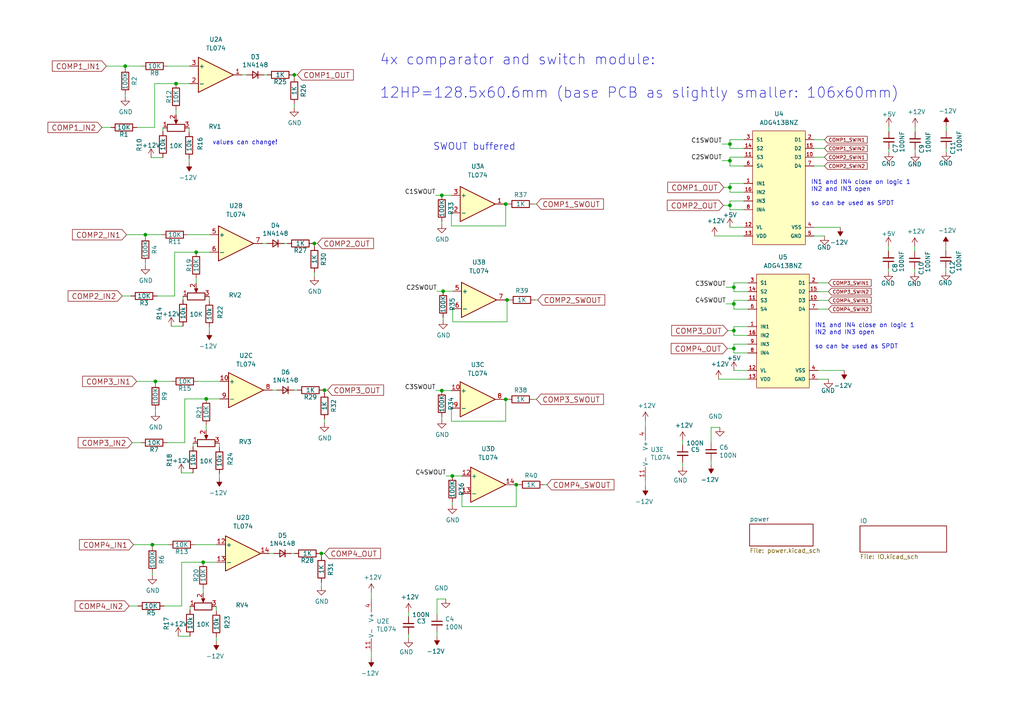
<source format=kicad_sch>
(kicad_sch (version 20211123) (generator eeschema)
  (paper "A4")
  (lib_symbols
    (symbol "Amplifier_Operational:TL074" (pin_names (offset 0.127))
      (property "Reference" "U" (at 0 5.08 0))
      (property "Value" "TL074" (at 0 -5.08 0))
      (symbol "TL074_1_1"
        (polyline (pts (xy -5.08 5.08) (xy 5.08 0) (xy -5.08 -5.08) (xy -5.08 5.08)) (stroke (width 0.254)) (fill (type background)))
        (pin output line (at 7.62 0 180) (length 2.54) (name "~") (number "1"))
        (pin input line (at -7.62 -2.54 0) (length 2.54) (name "-") (number "2"))
        (pin input line (at -7.62 2.54 0) (length 2.54) (name "+") (number "3"))
      )
      (symbol "TL074_2_1"
        (polyline (pts (xy -5.08 5.08) (xy 5.08 0) (xy -5.08 -5.08) (xy -5.08 5.08)) (stroke (width 0.254)) (fill (type background)))
        (pin input line (at -7.62 2.54 0) (length 2.54) (name "+") (number "5"))
        (pin input line (at -7.62 -2.54 0) (length 2.54) (name "-") (number "6"))
        (pin output line (at 7.62 0 180) (length 2.54) (name "~") (number "7"))
      )
      (symbol "TL074_3_1"
        (polyline (pts (xy -5.08 5.08) (xy 5.08 0) (xy -5.08 -5.08) (xy -5.08 5.08)) (stroke (width 0.254)) (fill (type background)))
        (pin input line (at -7.62 2.54 0) (length 2.54) (name "+") (number "10"))
        (pin output line (at 7.62 0 180) (length 2.54) (name "~") (number "8"))
        (pin input line (at -7.62 -2.54 0) (length 2.54) (name "-") (number "9"))
      )
      (symbol "TL074_4_1"
        (polyline (pts (xy -5.08 5.08) (xy 5.08 0) (xy -5.08 -5.08) (xy -5.08 5.08)) (stroke (width 0.254)) (fill (type background)))
        (pin input line (at -7.62 2.54 0) (length 2.54) (name "+") (number "12"))
        (pin input line (at -7.62 -2.54 0) (length 2.54) (name "-") (number "13"))
        (pin output line (at 7.62 0 180) (length 2.54) (name "~") (number "14"))
      )
      (symbol "TL074_5_1"
        (pin power_in line (at -2.54 -7.62 90) (length 3.81) (name "V-") (number "11"))
        (pin power_in line (at -2.54 7.62 270) (length 3.81) (name "V+") (number "4"))
      )
    )
    (symbol "Device:C_Small" (pin_numbers hide) (pin_names (offset 0.254) hide)
      (property "Reference" "C" (at 0.254 1.778 0))
      (property "Value" "C_Small" (at 0.254 -2.032 0))
      (symbol "C_Small_0_1"
        (polyline (pts (xy -1.524 -0.508) (xy 1.524 -0.508)) (stroke (width 0.3302)))
        (polyline (pts (xy -1.524 0.508) (xy 1.524 0.508)) (stroke (width 0.3048)))
      )
      (symbol "C_Small_1_1"
        (pin passive line (at 0 2.54 270) (length 2.032) (name "~") (number "1"))
        (pin passive line (at 0 -2.54 90) (length 2.032) (name "~") (number "2"))
      )
    )
    (symbol "Device:D_Small" (pin_numbers hide) (pin_names (offset 0.254) hide)
      (property "Reference" "D" (at -1.27 2.032 0))
      (property "Value" "D_Small" (at -3.81 -2.032 0))
      (symbol "D_Small_0_1"
        (polyline (pts (xy -0.762 -1.016) (xy -0.762 1.016)) (stroke (width 0.254)))
        (polyline (pts (xy -0.762 0) (xy 0.762 0)))
        (polyline (pts (xy 0.762 -1.016) (xy -0.762 0) (xy 0.762 1.016) (xy 0.762 -1.016)) (stroke (width 0.254)))
      )
      (symbol "D_Small_1_1"
        (pin passive line (at -2.54 0 0) (length 1.778) (name "K") (number "1"))
        (pin passive line (at 2.54 0 180) (length 1.778) (name "A") (number "2"))
      )
    )
    (symbol "Device:R" (pin_numbers hide) (pin_names (offset 0))
      (property "Reference" "R" (at 2.032 0 90))
      (property "Value" "R" (at 0 0 90))
      (symbol "R_0_1"
        (rectangle (start -1.016 -2.54) (end 1.016 2.54) (stroke (width 0.254)))
      )
      (symbol "R_1_1"
        (pin passive line (at 0 3.81 270) (length 1.27) (name "~") (number "1"))
        (pin passive line (at 0 -3.81 90) (length 1.27) (name "~") (number "2"))
      )
    )
    (symbol "Device:R_Potentiometer" (pin_names (offset 1.016) hide)
      (property "Reference" "RV" (at -4.445 0 90))
      (property "Value" "R_Potentiometer" (at -2.54 0 90))
      (symbol "R_Potentiometer_0_1"
        (polyline (pts (xy 2.54 0) (xy 1.524 0)))
        (polyline (pts (xy 1.143 0) (xy 2.286 0.508) (xy 2.286 -0.508) (xy 1.143 0)) (fill (type outline)))
        (rectangle (start 1.016 2.54) (end -1.016 -2.54) (stroke (width 0.254)))
      )
      (symbol "R_Potentiometer_1_1"
        (pin passive line (at 0 3.81 270) (length 1.27) (name "1") (number "1"))
        (pin passive line (at 3.81 0 180) (length 1.27) (name "2") (number "2"))
        (pin passive line (at 0 -3.81 90) (length 1.27) (name "3") (number "3"))
      )
    )
    (symbol "eec:ADG412BNZ" (pin_names (offset 1.016))
      (property "Reference" "U" (at 0 5.08 0))
      (property "Value" "ADG412BNZ" (at 0 7.62 0))
      (symbol "ADG412BNZ_1_1"
        (rectangle (start 5.08 2.54) (end 20.32 -30.48) (fill (type background)))
        (pin input line (at 2.54 -12.7 0) (length 2.54) (name "IN1") (number "1"))
        (pin passive line (at 22.86 -5.08 180) (length 2.54) (name "D3") (number "10"))
        (pin passive line (at 2.54 -5.08 0) (length 2.54) (name "S3") (number "11"))
        (pin power_in line (at 2.54 -25.4 0) (length 2.54) (name "VL") (number "12"))
        (pin power_in line (at 2.54 -27.94 0) (length 2.54) (name "VDD") (number "13"))
        (pin passive line (at 2.54 -2.54 0) (length 2.54) (name "S2") (number "14"))
        (pin passive line (at 22.86 -2.54 180) (length 2.54) (name "D2") (number "15"))
        (pin input line (at 2.54 -15.24 0) (length 2.54) (name "IN2") (number "16"))
        (pin passive line (at 22.86 0 180) (length 2.54) (name "D1") (number "2"))
        (pin passive line (at 2.54 0 0) (length 2.54) (name "S1") (number "3"))
        (pin power_in line (at 22.86 -25.4 180) (length 2.54) (name "VSS") (number "4"))
        (pin power_in line (at 22.86 -27.94 180) (length 2.54) (name "GND") (number "5"))
        (pin passive line (at 2.54 -7.62 0) (length 2.54) (name "S4") (number "6"))
        (pin passive line (at 22.86 -7.62 180) (length 2.54) (name "D4") (number "7"))
        (pin input line (at 2.54 -20.32 0) (length 2.54) (name "IN4") (number "8"))
        (pin input line (at 2.54 -17.78 0) (length 2.54) (name "IN3") (number "9"))
      )
    )
    (symbol "power:+12V" (power) (pin_names (offset 0))
      (property "Value" "+12V" (at 0 3.556 0))
      (symbol "+12V_0_1"
        (polyline (pts (xy -0.762 1.27) (xy 0 2.54)))
        (polyline (pts (xy 0 0) (xy 0 2.54)))
        (polyline (pts (xy 0 2.54) (xy 0.762 1.27)))
      )
      (symbol "+12V_1_1"
        (pin power_in line (at 0 0 90) (length 0) hide (name "+12V") (number "1"))
      )
    )
    (symbol "power:+5V" (power) (pin_names (offset 0))
      (property "Value" "+5V" (at 0 3.556 0))
      (symbol "+5V_0_1"
        (polyline (pts (xy -0.762 1.27) (xy 0 2.54)))
        (polyline (pts (xy 0 0) (xy 0 2.54)))
        (polyline (pts (xy 0 2.54) (xy 0.762 1.27)))
      )
      (symbol "+5V_1_1"
        (pin power_in line (at 0 0 90) (length 0) hide (name "+5V") (number "1"))
      )
    )
    (symbol "power:-12V" (power) (pin_names (offset 0))
      (property "Value" "-12V" (at 0 3.81 0))
      (symbol "-12V_0_0"
        (pin power_in line (at 0 0 90) (length 0) hide (name "-12V") (number "1"))
      )
      (symbol "-12V_0_1"
        (polyline (pts (xy 0 0) (xy 0 1.27) (xy 0.762 1.27) (xy 0 2.54) (xy -0.762 1.27) (xy 0 1.27)) (fill (type outline)))
      )
    )
    (symbol "power:GND" (power) (pin_names (offset 0))
      (property "Value" "GND" (at 0 -3.81 0))
      (symbol "GND_0_1"
        (polyline (pts (xy 0 0) (xy 0 -1.27) (xy 1.27 -1.27) (xy 0 -2.54) (xy -1.27 -1.27) (xy 0 -1.27)))
      )
      (symbol "GND_1_1"
        (pin power_in line (at 0 0 270) (length 0) hide (name "GND") (number "1"))
      )
    )
  )
  (junction (at 211.709 46.609))
  (junction (at 94.107 113.157))
  (junction (at 91.186 70.612))
  (junction (at 211.709 41.783))
  (junction (at 51.054 24.257))
  (junction (at 36.322 19.177))
  (junction (at 56.896 73.152))
  (junction (at 212.852 88.138))
  (junction (at 212.852 101.092))
  (junction (at 128.143 56.642))
  (junction (at 85.344 21.717))
  (junction (at 149.733 140.589))
  (junction (at 211.709 54.356))
  (junction (at 59.817 115.697))
  (junction (at 146.685 59.182))
  (junction (at 212.852 83.312))
  (junction (at 44.196 157.988))
  (junction (at 128.143 113.284))
  (junction (at 146.685 115.824))
  (junction (at 128.524 84.455))
  (junction (at 131.191 138.049))
  (junction (at 42.164 68.072))
  (junction (at 93.218 160.528))
  (junction (at 147.066 86.995))
  (junction (at 211.709 59.563))
  (junction (at 212.852 95.885))
  (junction (at 58.928 163.068))
  (junction (at 45.085 110.617))
  (wire (pts (xy 36.703 68.072) (xy 42.164 68.072)))
  (wire (pts (xy 187.198 139.192) (xy 187.198 141.097)))
  (wire (pts (xy 42.164 76.2) (xy 42.164 76.962)))
  (wire (pts (xy 52.705 175.768) (xy 52.705 163.068)))
  (wire (pts (xy 237.236 109.982) (xy 240.284 109.982)))
  (wire (pts (xy 126.365 113.284) (xy 128.143 113.284)))
  (wire (pts (xy 36.322 19.177) (xy 41.021 19.177)))
  (wire (pts (xy 211.709 45.593) (xy 215.773 45.593)))
  (wire (pts (xy 118.491 177.546) (xy 118.491 178.816)))
  (wire (pts (xy 212.852 89.662) (xy 216.916 89.662)))
  (wire (pts (xy 84.455 160.528) (xy 85.344 160.528)))
  (wire (pts (xy 93.218 168.91) (xy 93.218 170.053)))
  (wire (pts (xy 118.491 183.896) (xy 118.491 185.166)))
  (wire (pts (xy 149.225 140.589) (xy 149.733 140.589)))
  (wire (pts (xy 44.196 166.116) (xy 44.196 166.878)))
  (wire (pts (xy 265.43 43.307) (xy 265.43 44.323)))
  (wire (pts (xy 146.177 115.824) (xy 146.685 115.824)))
  (wire (pts (xy 209.423 46.609) (xy 211.709 46.609)))
  (wire (pts (xy 211.709 40.513) (xy 215.773 40.513)))
  (wire (pts (xy 206.248 128.397) (xy 206.248 123.952)))
  (wire (pts (xy 78.994 113.157) (xy 80.264 113.157)))
  (wire (pts (xy 208.407 109.982) (xy 216.916 109.982)))
  (wire (pts (xy 207.264 68.453) (xy 215.773 68.453)))
  (wire (pts (xy 85.344 22.479) (xy 85.344 21.717)))
  (wire (pts (xy 146.558 86.995) (xy 147.066 86.995)))
  (wire (pts (xy 58.928 163.068) (xy 62.865 163.068)))
  (wire (pts (xy 146.685 59.182) (xy 147.193 59.182)))
  (wire (pts (xy 130.937 61.722) (xy 130.937 65.532)))
  (wire (pts (xy 211.709 40.513) (xy 211.709 41.783)))
  (wire (pts (xy 209.931 54.356) (xy 211.709 54.356)))
  (wire (pts (xy 130.937 65.532) (xy 146.685 65.532)))
  (wire (pts (xy 211.709 55.753) (xy 215.773 55.753)))
  (wire (pts (xy 212.852 107.442) (xy 216.916 107.442)))
  (wire (pts (xy 211.709 53.213) (xy 215.773 53.213)))
  (wire (pts (xy 128.524 92.075) (xy 128.524 92.837)))
  (wire (pts (xy 128.143 64.262) (xy 128.143 65.024)))
  (wire (pts (xy 51.054 24.257) (xy 54.991 24.257)))
  (wire (pts (xy 45.085 110.617) (xy 45.085 111.125)))
  (wire (pts (xy 237.236 82.042) (xy 240.284 82.042)))
  (wire (pts (xy 131.318 89.535) (xy 131.318 93.345)))
  (wire (pts (xy 38.354 128.397) (xy 40.894 128.397)))
  (wire (pts (xy 212.852 88.138) (xy 212.852 89.662)))
  (wire (pts (xy 59.817 115.697) (xy 63.754 115.697)))
  (wire (pts (xy 39.751 36.957) (xy 44.831 36.957)))
  (wire (pts (xy 212.852 102.362) (xy 216.916 102.362)))
  (wire (pts (xy 59.817 123.317) (xy 59.817 124.714)))
  (wire (pts (xy 44.196 157.988) (xy 48.895 157.988)))
  (wire (pts (xy 236.093 68.453) (xy 239.141 68.453)))
  (wire (pts (xy 147.066 86.995) (xy 147.574 86.995)))
  (wire (pts (xy 237.236 87.122) (xy 240.284 87.122)))
  (wire (pts (xy 128.143 120.904) (xy 128.143 121.666)))
  (wire (pts (xy 48.641 19.177) (xy 54.991 19.177)))
  (wire (pts (xy 50.673 85.852) (xy 50.673 73.152)))
  (wire (pts (xy 54.483 68.072) (xy 60.833 68.072)))
  (wire (pts (xy 212.852 82.042) (xy 212.852 83.312)))
  (wire (pts (xy 107.696 171.831) (xy 107.696 173.736)))
  (wire (pts (xy 47.625 175.768) (xy 52.705 175.768)))
  (wire (pts (xy 131.191 145.669) (xy 131.191 146.431)))
  (wire (pts (xy 211.709 43.053) (xy 215.773 43.053)))
  (wire (pts (xy 211.709 46.609) (xy 211.709 48.133)))
  (wire (pts (xy 29.591 36.957) (xy 32.131 36.957)))
  (wire (pts (xy 146.685 122.174) (xy 146.685 115.824)))
  (wire (pts (xy 78.105 160.528) (xy 79.375 160.528)))
  (wire (pts (xy 211.709 65.913) (xy 215.773 65.913)))
  (wire (pts (xy 126.746 178.181) (xy 126.746 173.736)))
  (wire (pts (xy 57.404 110.617) (xy 63.754 110.617)))
  (wire (pts (xy 257.683 77.851) (xy 257.683 78.867)))
  (wire (pts (xy 45.085 118.745) (xy 45.085 119.507)))
  (wire (pts (xy 155.194 86.995) (xy 155.956 86.995)))
  (wire (pts (xy 126.746 84.455) (xy 128.524 84.455)))
  (wire (pts (xy 274.447 36.576) (xy 274.447 37.973)))
  (wire (pts (xy 42.164 68.072) (xy 46.863 68.072)))
  (wire (pts (xy 212.852 95.885) (xy 212.852 97.282)))
  (wire (pts (xy 212.852 87.122) (xy 212.852 88.138)))
  (wire (pts (xy 52.578 137.16) (xy 56.007 137.16)))
  (wire (pts (xy 237.236 84.582) (xy 240.284 84.582)))
  (wire (pts (xy 212.852 82.042) (xy 216.916 82.042)))
  (wire (pts (xy 126.746 173.736) (xy 129.286 173.736)))
  (wire (pts (xy 211.709 54.356) (xy 211.709 55.753)))
  (wire (pts (xy 38.735 157.988) (xy 44.196 157.988)))
  (wire (pts (xy 212.852 84.582) (xy 216.916 84.582)))
  (wire (pts (xy 236.093 40.513) (xy 239.141 40.513)))
  (wire (pts (xy 212.852 94.742) (xy 216.916 94.742)))
  (wire (pts (xy 236.093 65.913) (xy 243.713 65.913)))
  (wire (pts (xy 211.709 41.783) (xy 211.709 43.053)))
  (wire (pts (xy 157.861 140.589) (xy 158.623 140.589)))
  (wire (pts (xy 85.344 30.099) (xy 85.344 31.242)))
  (wire (pts (xy 128.143 113.284) (xy 130.937 113.284)))
  (wire (pts (xy 49.657 94.615) (xy 53.086 94.615)))
  (wire (pts (xy 56.896 80.772) (xy 56.896 82.169)))
  (wire (pts (xy 58.928 170.688) (xy 58.928 172.085)))
  (wire (pts (xy 56.007 128.524) (xy 56.007 129.54)))
  (wire (pts (xy 265.303 71.501) (xy 265.303 72.898)))
  (wire (pts (xy 187.198 122.047) (xy 187.198 123.952)))
  (wire (pts (xy 60.706 94.869) (xy 60.706 96.012)))
  (wire (pts (xy 211.709 45.593) (xy 211.709 46.609)))
  (wire (pts (xy 37.465 175.768) (xy 40.005 175.768)))
  (wire (pts (xy 53.594 115.697) (xy 59.817 115.697)))
  (wire (pts (xy 70.231 21.717) (xy 71.501 21.717)))
  (wire (pts (xy 82.423 70.612) (xy 83.312 70.612)))
  (wire (pts (xy 91.186 70.612) (xy 92.075 70.612)))
  (wire (pts (xy 76.073 70.612) (xy 77.343 70.612)))
  (wire (pts (xy 56.896 73.152) (xy 60.833 73.152)))
  (wire (pts (xy 85.09 21.717) (xy 85.344 21.717)))
  (wire (pts (xy 63.627 137.414) (xy 63.627 138.557)))
  (wire (pts (xy 197.993 134.112) (xy 197.993 135.382)))
  (wire (pts (xy 93.218 161.29) (xy 93.218 160.528)))
  (wire (pts (xy 147.066 93.345) (xy 147.066 86.995)))
  (wire (pts (xy 52.705 163.068) (xy 58.928 163.068)))
  (wire (pts (xy 94.107 121.539) (xy 94.107 122.682)))
  (wire (pts (xy 133.985 146.939) (xy 149.733 146.939)))
  (wire (pts (xy 210.566 83.312) (xy 212.852 83.312)))
  (wire (pts (xy 45.593 85.852) (xy 50.673 85.852)))
  (wire (pts (xy 39.624 110.617) (xy 45.085 110.617)))
  (wire (pts (xy 131.318 93.345) (xy 147.066 93.345)))
  (wire (pts (xy 45.085 110.617) (xy 49.784 110.617)))
  (wire (pts (xy 44.831 24.257) (xy 51.054 24.257)))
  (wire (pts (xy 211.709 58.293) (xy 211.709 59.563)))
  (wire (pts (xy 274.447 43.053) (xy 274.447 44.069)))
  (wire (pts (xy 236.093 48.133) (xy 239.141 48.133)))
  (wire (pts (xy 42.164 68.072) (xy 42.164 68.58)))
  (wire (pts (xy 126.365 56.642) (xy 128.143 56.642)))
  (wire (pts (xy 146.685 65.532) (xy 146.685 59.182)))
  (wire (pts (xy 257.81 36.703) (xy 257.81 38.1)))
  (wire (pts (xy 209.804 59.563) (xy 211.709 59.563)))
  (wire (pts (xy 107.696 188.976) (xy 107.696 190.881)))
  (wire (pts (xy 149.733 146.939) (xy 149.733 140.589)))
  (wire (pts (xy 53.086 85.979) (xy 53.086 86.995)))
  (wire (pts (xy 48.514 128.397) (xy 53.594 128.397)))
  (wire (pts (xy 93.218 160.528) (xy 94.107 160.528)))
  (wire (pts (xy 257.683 71.374) (xy 257.683 72.771)))
  (wire (pts (xy 62.738 184.785) (xy 62.738 185.928)))
  (wire (pts (xy 146.685 115.824) (xy 147.193 115.824)))
  (wire (pts (xy 211.709 58.293) (xy 215.773 58.293)))
  (wire (pts (xy 209.423 41.783) (xy 211.709 41.783)))
  (wire (pts (xy 212.852 83.312) (xy 212.852 84.582)))
  (wire (pts (xy 85.344 21.717) (xy 86.233 21.717)))
  (wire (pts (xy 211.709 59.563) (xy 211.709 60.833)))
  (wire (pts (xy 131.191 138.049) (xy 133.985 138.049)))
  (wire (pts (xy 94.107 113.919) (xy 94.107 113.157)))
  (wire (pts (xy 146.177 59.182) (xy 146.685 59.182)))
  (wire (pts (xy 76.581 21.717) (xy 77.47 21.717)))
  (wire (pts (xy 129.413 138.049) (xy 131.191 138.049)))
  (wire (pts (xy 63.627 128.524) (xy 63.627 129.794)))
  (wire (pts (xy 60.706 85.979) (xy 60.706 87.249)))
  (wire (pts (xy 149.733 140.589) (xy 150.241 140.589)))
  (wire (pts (xy 265.303 77.978) (xy 265.303 78.994)))
  (wire (pts (xy 274.32 71.247) (xy 274.32 72.644)))
  (wire (pts (xy 206.248 133.477) (xy 206.248 134.747)))
  (wire (pts (xy 210.566 88.138) (xy 212.852 88.138)))
  (wire (pts (xy 211.709 48.133) (xy 215.773 48.133)))
  (wire (pts (xy 206.248 123.952) (xy 208.788 123.952)))
  (wire (pts (xy 210.947 101.092) (xy 212.852 101.092)))
  (wire (pts (xy 55.118 175.895) (xy 55.118 176.911)))
  (wire (pts (xy 133.985 143.129) (xy 133.985 146.939)))
  (wire (pts (xy 237.236 107.442) (xy 244.856 107.442)))
  (wire (pts (xy 54.864 45.974) (xy 54.864 47.117)))
  (wire (pts (xy 54.864 37.084) (xy 54.864 38.354)))
  (wire (pts (xy 44.196 157.988) (xy 44.196 158.496)))
  (wire (pts (xy 47.244 37.084) (xy 47.244 38.1)))
  (wire (pts (xy 236.093 43.053) (xy 239.141 43.053)))
  (wire (pts (xy 211.709 53.213) (xy 211.709 54.356)))
  (wire (pts (xy 53.594 128.397) (xy 53.594 115.697)))
  (wire (pts (xy 212.852 94.742) (xy 212.852 95.885)))
  (wire (pts (xy 51.054 31.877) (xy 51.054 33.274)))
  (wire (pts (xy 212.852 101.092) (xy 212.852 102.362)))
  (wire (pts (xy 237.236 89.662) (xy 240.284 89.662)))
  (wire (pts (xy 93.853 113.157) (xy 94.107 113.157)))
  (wire (pts (xy 51.689 184.531) (xy 55.118 184.531)))
  (wire (pts (xy 257.81 43.18) (xy 257.81 44.196)))
  (wire (pts (xy 212.852 87.122) (xy 216.916 87.122)))
  (wire (pts (xy 130.937 118.364) (xy 130.937 122.174)))
  (wire (pts (xy 154.813 115.824) (xy 155.575 115.824)))
  (wire (pts (xy 212.852 97.282) (xy 216.916 97.282)))
  (wire (pts (xy 90.932 70.612) (xy 91.186 70.612)))
  (wire (pts (xy 212.852 99.822) (xy 216.916 99.822)))
  (wire (pts (xy 128.524 84.455) (xy 131.318 84.455)))
  (wire (pts (xy 35.433 85.852) (xy 37.973 85.852)))
  (wire (pts (xy 91.186 71.374) (xy 91.186 70.612)))
  (wire (pts (xy 126.746 183.261) (xy 126.746 184.531)))
  (wire (pts (xy 36.322 27.305) (xy 36.322 28.067)))
  (wire (pts (xy 85.344 113.157) (xy 86.233 113.157)))
  (wire (pts (xy 36.322 19.177) (xy 36.322 19.685)))
  (wire (pts (xy 274.32 77.724) (xy 274.32 78.74)))
  (wire (pts (xy 128.143 56.642) (xy 130.937 56.642)))
  (wire (pts (xy 94.107 113.157) (xy 94.996 113.157)))
  (wire (pts (xy 211.709 60.833) (xy 215.773 60.833)))
  (wire (pts (xy 30.861 19.177) (xy 36.322 19.177)))
  (wire (pts (xy 265.43 36.83) (xy 265.43 38.227)))
  (wire (pts (xy 62.738 175.895) (xy 62.738 177.165)))
  (wire (pts (xy 50.673 73.152) (xy 56.896 73.152)))
  (wire (pts (xy 92.964 160.528) (xy 93.218 160.528)))
  (wire (pts (xy 56.515 157.988) (xy 62.865 157.988)))
  (wire (pts (xy 130.937 122.174) (xy 146.685 122.174)))
  (wire (pts (xy 154.813 59.182) (xy 155.575 59.182)))
  (wire (pts (xy 212.852 99.822) (xy 212.852 101.092)))
  (wire (pts (xy 91.186 78.994) (xy 91.186 80.137)))
  (wire (pts (xy 236.093 45.593) (xy 239.141 45.593)))
  (wire (pts (xy 43.815 45.72) (xy 47.244 45.72)))
  (wire (pts (xy 197.993 127.762) (xy 197.993 129.032)))
  (wire (pts (xy 44.831 36.957) (xy 44.831 24.257)))
  (wire (pts (xy 211.074 95.885) (xy 212.852 95.885)))
  (text "IN1 and IN4 close on logic 1\nIN2 and IN3 open \n\nso can be used as SPDT" (at 235.204 59.817 0) (effects (font (size 1.27 1.27)) (justify left bottom)))
  (text "values can change!" (at 61.595 42.164 0) (effects (font (size 1.27 1.27)) (justify left bottom)))
  (text "4x comparator and switch module:\n\n12HP=128.5x60.6mm (base PCB as slightly smaller: 106x60mm)" (at 110.109 28.829 0) (effects (font (size 3 3)) (justify left bottom)))
  (text "IN1 and IN4 close on logic 1\nIN2 and IN3 open \n\nso can be used as SPDT" (at 236.347 101.346 0) (effects (font (size 1.27 1.27)) (justify left bottom)))
  (text "SWOUT buffered" (at 125.603 43.815 0) (effects (font (size 2 2)) (justify left bottom)))
  (label "C1SWOUT" (at 209.423 41.783 180))
  (label "C3SWOUT" (at 210.566 83.312 180))
  (label "C2SWOUT" (at 126.746 84.455 180))
  (label "C1SWOUT" (at 126.365 56.642 180))
  (label "C4SWOUT" (at 129.413 138.049 180))
  (label "C3SWOUT" (at 126.365 113.284 180))
  (label "C4SWOUT" (at 210.566 88.138 180))
  (label "C2SWOUT" (at 209.423 46.609 180))
  (global_label "COMP1_IN2" (shape input) (at 29.591 36.957 180) (effects (font (size 1.524 1.524))) (property "Intersheet References" "${INTERSHEET_REFS}" (effects hide)))
  (global_label "COMP1_IN1" (shape input) (at 30.861 19.177 180) (effects (font (size 1.524 1.524))) (property "Intersheet References" "${INTERSHEET_REFS}" (effects hide)))
  (global_label "COMP2_IN1" (shape input) (at 36.703 68.072 180) (effects (font (size 1.524 1.524))) (property "Intersheet References" "${INTERSHEET_REFS}" (effects hide)))
  (global_label "COMP1_OUT" (shape input) (at 209.931 54.356 180) (effects (font (size 1.524 1.524))) (property "Intersheet References" "${INTERSHEET_REFS}" (effects hide)))
  (global_label "COMP4_OUT" (shape input) (at 94.107 160.528 0) (effects (font (size 1.524 1.524))) (property "Intersheet References" "${INTERSHEET_REFS}" (effects hide)))
  (global_label "COMP3_SWIN2" (shape input) (at 240.284 84.582 0) (effects (font (size 1 1))) (property "Intersheet References" "${INTERSHEET_REFS}" (effects hide)))
  (global_label "COMP4_IN1" (shape input) (at 38.735 157.988 180) (effects (font (size 1.524 1.524))) (property "Intersheet References" "${INTERSHEET_REFS}" (effects hide)))
  (global_label "COMP3_IN2" (shape input) (at 38.354 128.397 180) (effects (font (size 1.524 1.524))) (property "Intersheet References" "${INTERSHEET_REFS}" (effects hide)))
  (global_label "COMP4_IN2" (shape input) (at 37.465 175.768 180) (effects (font (size 1.524 1.524))) (property "Intersheet References" "${INTERSHEET_REFS}" (effects hide)))
  (global_label "COMP1_OUT" (shape input) (at 86.233 21.717 0) (effects (font (size 1.524 1.524))) (property "Intersheet References" "${INTERSHEET_REFS}" (effects hide)))
  (global_label "COMP3_IN1" (shape input) (at 39.624 110.617 180) (effects (font (size 1.524 1.524))) (property "Intersheet References" "${INTERSHEET_REFS}" (effects hide)))
  (global_label "COMP2_OUT" (shape input) (at 92.075 70.612 0) (effects (font (size 1.524 1.524))) (property "Intersheet References" "${INTERSHEET_REFS}" (effects hide)))
  (global_label "COMP3_OUT" (shape input) (at 211.074 95.885 180) (effects (font (size 1.524 1.524))) (property "Intersheet References" "${INTERSHEET_REFS}" (effects hide)))
  (global_label "COMP2_SWIN2" (shape input) (at 239.141 48.133 0) (effects (font (size 1 1))) (property "Intersheet References" "${INTERSHEET_REFS}" (effects hide)))
  (global_label "COMP4_SWOUT" (shape input) (at 158.623 140.589 0) (effects (font (size 1.524 1.524))) (property "Intersheet References" "${INTERSHEET_REFS}" (effects hide)))
  (global_label "COMP4_SWIN2" (shape input) (at 240.284 89.662 0) (effects (font (size 1 1))) (property "Intersheet References" "${INTERSHEET_REFS}" (effects hide)))
  (global_label "COMP3_SWIN1" (shape input) (at 240.284 82.042 0) (effects (font (size 1 1))) (property "Intersheet References" "${INTERSHEET_REFS}" (effects hide)))
  (global_label "COMP2_OUT" (shape input) (at 209.804 59.563 180) (effects (font (size 1.524 1.524))) (property "Intersheet References" "${INTERSHEET_REFS}" (effects hide)))
  (global_label "COMP3_SWOUT" (shape input) (at 155.575 115.824 0) (effects (font (size 1.524 1.524))) (property "Intersheet References" "${INTERSHEET_REFS}" (effects hide)))
  (global_label "COMP2_IN2" (shape input) (at 35.433 85.852 180) (effects (font (size 1.524 1.524))) (property "Intersheet References" "${INTERSHEET_REFS}" (effects hide)))
  (global_label "COMP3_OUT" (shape input) (at 94.996 113.157 0) (effects (font (size 1.524 1.524))) (property "Intersheet References" "${INTERSHEET_REFS}" (effects hide)))
  (global_label "COMP1_SWIN2" (shape input) (at 239.141 43.053 0) (effects (font (size 1 1))) (property "Intersheet References" "${INTERSHEET_REFS}" (effects hide)))
  (global_label "COMP1_SWIN1" (shape input) (at 239.141 40.513 0) (effects (font (size 1 1))) (property "Intersheet References" "${INTERSHEET_REFS}" (effects hide)))
  (global_label "COMP4_OUT" (shape input) (at 210.947 101.092 180) (effects (font (size 1.524 1.524))) (property "Intersheet References" "${INTERSHEET_REFS}" (effects hide)))
  (global_label "COMP2_SWIN1" (shape input) (at 239.141 45.593 0) (effects (font (size 1 1))) (property "Intersheet References" "${INTERSHEET_REFS}" (effects hide)))
  (global_label "COMP4_SWIN1" (shape input) (at 240.284 87.122 0) (effects (font (size 1 1))) (property "Intersheet References" "${INTERSHEET_REFS}" (effects hide)))
  (global_label "COMP2_SWOUT" (shape input) (at 155.956 86.995 0) (effects (font (size 1.524 1.524))) (property "Intersheet References" "${INTERSHEET_REFS}" (effects hide)))
  (global_label "COMP1_SWOUT" (shape input) (at 155.575 59.182 0) (effects (font (size 1.524 1.524))) (property "Intersheet References" "${INTERSHEET_REFS}" (effects hide)))
  (symbol (lib_id "power:+12V") (at 107.696 171.831 0) (unit 1)
    (property "Reference" "#PWR024" (effects hide))
    (property "Value" "+12V" (at 108.077 167.4368 0))
  )
  (symbol (lib_id "power:GND") (at 265.43 44.323 0) (unit 1)
    (property "Reference" "#PWR049" (effects hide))
    (property "Value" "GND" (at 265.303 47.625 0))
  )
  (symbol (lib_id "eec:ADG412BNZ") (at 213.233 40.513 0) (unit 1)
    (property "Reference" "U4" (at 225.933 33.02 0))
    (property "Value" "ADG413BNZ" (at 225.933 35.56 0))
    (property "Footprint" "Package_SO:SOIC-16_3.9x9.9mm_P1.27mm" (effects hide))
    (property "Datasheet" "http://www.analog.com/static/imported-files/data_sheets/ADG411_412_413.pdf" (effects hide))
    (property "Code  JEDEC" "MS-001" (effects hide))
    (property "Component Link 1 Description" "Manufacturer URL" (effects hide))
    (property "Component Link 1 URL" "http://www.analog.com/en/index.html" (effects hide))
    (property "Component Link 3 Description" "Package Specification" (effects hide))
    (property "Component Link 3 URL" "http://www.analog.com/static/imported-files/packages/44768431550332N_16.pdf" (effects hide))
    (property "Configuration" "SPST" (effects hide))
    (property "Datasheet Version" "Rev. D" (effects hide))
    (property "Max Neg Supply" "-16.5V" (effects hide))
    (property "Max Pos Supply" "+16.5V" (effects hide))
    (property "Mounting Technology" "Through Hole" (effects hide))
    (property "Package Description" "16-Pin Plastic Dual In-Line Package, Row spacing 7.62 mm, Pitch 2.54 mm" (effects hide))
    (property "Package Version" "070706-A, 07/2006" (effects hide))
    (property "Packing" "Tube" (effects hide))
    (property "Ron ohms" "25, 40" (effects hide))
    (property "Sw Functions" "4" (effects hide))
    (property "category" "IC" (effects hide))
    (property "ciiva ids" "981419" (effects hide))
    (property "library id" "ebc36f5b426c068f" (effects hide))
    (property "manufacturer" "Analog Devices" (effects hide))
    (property "package" "N-16" (effects hide))
    (property "release date" "1391088444" (effects hide))
    (property "vault revision" "13124825-32E4-4E40-8C2F-DCD97D360CD0" (effects hide))
    (property "imported" "yes" (effects hide))
    (property "t ON" "110ns, 175ns" (effects hide))
  )
  (symbol (lib_id "Device:R") (at 53.594 110.617 270) (unit 1)
    (property "Reference" "R15" (at 53.594 112.649 90))
    (property "Value" "10K" (at 53.594 110.617 90))
    (property "Footprint" "Resistor_SMD:R_0805_2012Metric" (effects hide))
  )
  (symbol (lib_id "Device:C_Small") (at 274.32 75.184 180) (unit 1)
    (property "Reference" "C12" (at 276.225 77.597 90))
    (property "Value" "100NF" (at 278.13 75.692 90))
    (property "Footprint" "Capacitor_SMD:C_0805_2012Metric" (effects hide))
  )
  (symbol (lib_id "power:GND") (at 208.788 123.952 0) (unit 1)
    (property "Reference" "#PWR037" (effects hide))
    (property "Value" "GND" (at 207.518 120.777 0))
  )
  (symbol (lib_id "power:+12V") (at 49.657 94.615 0) (unit 1)
    (property "Reference" "#PWR09" (effects hide))
    (property "Value" "+12V" (at 49.657 91.059 0))
  )
  (symbol (lib_id "Amplifier_Operational:TL074") (at 62.611 21.717 0) (unit 1)
    (property "Reference" "U2" (at 62.611 11.43 0))
    (property "Value" "TL074" (at 62.611 13.97 0))
    (property "Footprint" "Package_SO:SOIC-14_3.9x8.7mm_P1.27mm" (effects hide))
    (property "Datasheet" "http://www.ti.com/lit/ds/symlink/tl071.pdf" (effects hide))
  )
  (symbol (lib_id "Device:R") (at 151.384 86.995 270) (unit 1)
    (property "Reference" "R39" (at 151.384 84.328 90))
    (property "Value" "1K" (at 151.384 86.995 90))
    (property "Footprint" "Resistor_SMD:R_0805_2012Metric" (effects hide))
  )
  (symbol (lib_id "Device:R") (at 94.107 117.729 180) (unit 1)
    (property "Reference" "R32" (at 96.774 117.729 90))
    (property "Value" "1K" (at 94.107 117.729 90))
    (property "Footprint" "Resistor_SMD:R_0805_2012Metric" (effects hide))
  )
  (symbol (lib_id "Device:C_Small") (at 265.303 75.438 180) (unit 1)
    (property "Reference" "C10" (at 267.208 77.851 90))
    (property "Value" "100NF" (at 269.113 75.946 90))
    (property "Footprint" "Capacitor_SMD:C_0805_2012Metric" (effects hide))
  )
  (symbol (lib_id "Device:R") (at 44.831 19.177 270) (unit 1)
    (property "Reference" "R8" (at 44.831 21.209 90))
    (property "Value" "10K" (at 44.831 19.177 90))
    (property "Footprint" "Resistor_SMD:R_0805_2012Metric" (effects hide))
  )
  (symbol (lib_id "Device:R") (at 85.344 26.289 180) (unit 1)
    (property "Reference" "R26" (at 88.011 26.289 90))
    (property "Value" "1K" (at 85.344 26.289 90))
    (property "Footprint" "Resistor_SMD:R_0805_2012Metric" (effects hide))
  )
  (symbol (lib_id "Device:C_Small") (at 118.491 181.356 0) (unit 1)
    (property "Reference" "C3" (at 120.8278 180.1876 0) (effects (justify left)))
    (property "Value" "100N" (at 119.507 178.308 0) (effects (justify left)))
    (property "Footprint" "Capacitor_SMD:C_0805_2012Metric" (effects hide))
  )
  (symbol (lib_id "Device:R") (at 128.143 60.452 180) (unit 1)
    (property "Reference" "R33" (at 130.81 60.452 90))
    (property "Value" "100K" (at 128.143 60.452 90))
    (property "Footprint" "Resistor_SMD:R_0805_2012Metric" (effects hide))
  )
  (symbol (lib_id "Device:C_Small") (at 257.81 40.64 180) (unit 1)
    (property "Reference" "C7" (at 259.715 43.053 90))
    (property "Value" "100NF" (at 261.62 41.148 90))
    (property "Footprint" "Capacitor_SMD:C_0805_2012Metric" (effects hide))
  )
  (symbol (lib_id "power:+12V") (at 118.491 177.546 0) (unit 1)
    (property "Reference" "#PWR026" (effects hide))
    (property "Value" "+12V-power" (at 118.872 173.1518 0))
  )
  (symbol (lib_id "power:-12V") (at 60.706 96.012 180) (unit 1)
    (property "Reference" "#PWR0101" (effects hide))
    (property "Value" "-12V" (at 60.325 100.4062 0))
  )
  (symbol (lib_id "power:GND") (at 44.196 166.878 0) (unit 1)
    (property "Reference" "#PWR07" (effects hide))
    (property "Value" "GND" (at 44.323 171.2722 0))
  )
  (symbol (lib_id "Device:R") (at 52.705 157.988 270) (unit 1)
    (property "Reference" "R13" (at 52.705 160.02 90))
    (property "Value" "10K" (at 52.705 157.988 90))
    (property "Footprint" "Resistor_SMD:R_0805_2012Metric" (effects hide))
  )
  (symbol (lib_id "Device:R") (at 60.706 91.059 180) (unit 1)
    (property "Reference" "R22" (at 63.881 90.551 90))
    (property "Value" "10k" (at 60.706 91.059 90))
    (property "Footprint" "Resistor_SMD:R_0805_2012Metric" (effects hide))
  )
  (symbol (lib_id "power:-12V") (at 107.696 190.881 180) (unit 1)
    (property "Reference" "#PWR025" (effects hide))
    (property "Value" "-12V" (at 107.315 195.2752 0))
  )
  (symbol (lib_id "Device:R") (at 59.817 119.507 180) (unit 1)
    (property "Reference" "R21" (at 57.785 119.507 90))
    (property "Value" "10K" (at 59.817 119.507 90))
    (property "Footprint" "Resistor_SMD:R_0805_2012Metric" (effects hide))
  )
  (symbol (lib_id "Device:R") (at 151.003 115.824 270) (unit 1)
    (property "Reference" "R38" (at 151.003 113.157 90))
    (property "Value" "1K" (at 151.003 115.824 90))
    (property "Footprint" "Resistor_SMD:R_0805_2012Metric" (effects hide))
  )
  (symbol (lib_id "Amplifier_Operational:TL074") (at 189.738 131.572 0) (unit 5)
    (property "Reference" "U3" (at 188.6712 130.4036 0) (effects (justify left)))
    (property "Value" "TL074" (at 188.6712 132.715 0) (effects (justify left)))
    (property "Footprint" "Package_SO:SOIC-14_3.9x8.7mm_P1.27mm" (effects hide))
    (property "Datasheet" "http://www.ti.com/lit/ds/symlink/tl071.pdf" (effects hide))
  )
  (symbol (lib_id "Device:R") (at 41.783 85.852 270) (unit 1)
    (property "Reference" "R3" (at 41.783 87.884 90))
    (property "Value" "10K" (at 41.783 85.852 90))
    (property "Footprint" "Resistor_SMD:R_0805_2012Metric" (effects hide))
  )
  (symbol (lib_id "power:GND") (at 85.344 31.242 0) (unit 1)
    (property "Reference" "#PWR016" (effects hide))
    (property "Value" "GND" (at 85.471 35.6362 0))
  )
  (symbol (lib_id "power:GND") (at 42.164 76.962 0) (unit 1)
    (property "Reference" "#PWR05" (effects hide))
    (property "Value" "GND" (at 42.291 81.3562 0))
  )
  (symbol (lib_id "Amplifier_Operational:TL074") (at 110.236 181.356 0) (unit 5)
    (property "Reference" "U2" (at 109.1692 180.1876 0) (effects (justify left)))
    (property "Value" "TL074" (at 109.1692 182.499 0) (effects (justify left)))
    (property "Footprint" "Package_SO:SOIC-14_3.9x8.7mm_P1.27mm" (effects hide))
    (property "Datasheet" "http://www.ti.com/lit/ds/symlink/tl071.pdf" (effects hide))
  )
  (symbol (lib_id "power:+12V") (at 51.689 184.531 0) (unit 1)
    (property "Reference" "#PWR010" (effects hide))
    (property "Value" "+12V" (at 51.689 180.975 0))
  )
  (symbol (lib_id "Device:R_Potentiometer") (at 58.928 175.895 90) (unit 1)
    (property "Reference" "RV4" (at 70.231 175.514 90))
    (property "Value" "10K" (at 58.928 181.102 90))
    (property "Footprint" "martin module:Potentiometer_Alps-RK09" (effects hide))
  )
  (symbol (lib_id "power:-12V") (at 243.713 65.913 180) (unit 1)
    (property "Reference" "#PWR042" (effects hide))
    (property "Value" "-12V" (at 243.332 70.3072 0))
  )
  (symbol (lib_id "power:-12V") (at 187.198 141.097 180) (unit 1)
    (property "Reference" "#PWR031" (effects hide))
    (property "Value" "-12V" (at 186.817 145.4912 0))
  )
  (symbol (lib_id "Device:R") (at 51.054 28.067 180) (unit 1)
    (property "Reference" "R12" (at 49.022 28.067 90))
    (property "Value" "10K" (at 51.054 28.067 90))
    (property "Footprint" "Resistor_SMD:R_0805_2012Metric" (effects hide))
  )
  (symbol (lib_id "power:+12V") (at 208.407 109.982 0) (unit 1)
    (property "Reference" "#PWR036" (effects hide))
    (property "Value" "+12V" (at 208.788 105.5878 0))
  )
  (symbol (lib_id "power:-12V") (at 244.856 107.442 180) (unit 1)
    (property "Reference" "#PWR043" (effects hide))
    (property "Value" "-12V" (at 244.475 111.8362 0))
  )
  (symbol (lib_id "Device:R") (at 56.896 76.962 180) (unit 1)
    (property "Reference" "R19" (at 54.864 76.962 90))
    (property "Value" "10K" (at 56.896 76.962 90))
    (property "Footprint" "Resistor_SMD:R_0805_2012Metric" (effects hide))
  )
  (symbol (lib_id "power:GND") (at 131.191 146.431 0) (unit 1)
    (property "Reference" "#PWR023" (effects hide))
    (property "Value" "GND" (at 131.318 150.8252 0))
  )
  (symbol (lib_id "power:GND") (at 45.085 119.507 0) (unit 1)
    (property "Reference" "#PWR08" (effects hide))
    (property "Value" "GND" (at 45.212 123.9012 0))
  )
  (symbol (lib_id "Device:R") (at 35.941 36.957 270) (unit 1)
    (property "Reference" "R1" (at 35.941 38.989 90))
    (property "Value" "10K" (at 35.941 36.957 90))
    (property "Footprint" "Resistor_SMD:R_0805_2012Metric" (effects hide))
  )
  (symbol (lib_id "Device:R") (at 42.164 72.39 180) (unit 1)
    (property "Reference" "R4" (at 44.831 72.39 90))
    (property "Value" "100K" (at 42.164 72.263 90))
    (property "Footprint" "Resistor_SMD:R_0805_2012Metric" (effects hide))
  )
  (symbol (lib_id "Device:R") (at 58.928 166.878 180) (unit 1)
    (property "Reference" "R20" (at 56.896 166.878 90))
    (property "Value" "10K" (at 58.928 166.878 90))
    (property "Footprint" "Resistor_SMD:R_0805_2012Metric" (effects hide))
  )
  (symbol (lib_id "power:-12V") (at 274.32 71.247 0) (unit 1)
    (property "Reference" "#PWR054" (effects hide))
    (property "Value" "-12V" (at 274.701 66.8528 0))
  )
  (symbol (lib_id "Device:R_Potentiometer") (at 56.896 85.979 90) (unit 1)
    (property "Reference" "RV2" (at 68.199 85.598 90))
    (property "Value" "10K" (at 56.896 91.186 90))
    (property "Footprint" "martin module:Potentiometer_Alps-RK09" (effects hide))
  )
  (symbol (lib_id "Device:C_Small") (at 126.746 180.721 0) (unit 1)
    (property "Reference" "C4" (at 129.0828 179.5526 0) (effects (justify left)))
    (property "Value" "100N" (at 129.0828 181.864 0) (effects (justify left)))
    (property "Footprint" "Capacitor_SMD:C_0805_2012Metric" (effects hide))
  )
  (symbol (lib_id "Device:D_Small") (at 74.041 21.717 180) (unit 1)
    (property "Reference" "D3" (at 74.041 16.51 0))
    (property "Value" "1N4148" (at 74.041 18.8214 0))
    (property "Footprint" "Diode_SMD:D_SOD-123" (effects hide))
  )
  (symbol (lib_id "power:GND") (at 257.81 44.196 0) (unit 1)
    (property "Reference" "#PWR045" (effects hide))
    (property "Value" "GND" (at 257.683 47.498 0))
  )
  (symbol (lib_id "Device:D_Small") (at 81.915 160.528 180) (unit 1)
    (property "Reference" "D5" (at 81.915 155.321 0))
    (property "Value" "1N4148" (at 81.915 157.6324 0))
    (property "Footprint" "Diode_SMD:D_SOD-123" (effects hide))
  )
  (symbol (lib_id "Device:R") (at 128.524 88.265 180) (unit 1)
    (property "Reference" "R35" (at 131.191 88.265 90))
    (property "Value" "100K" (at 128.524 88.265 90))
    (property "Footprint" "Resistor_SMD:R_0805_2012Metric" (effects hide))
  )
  (symbol (lib_id "power:+12V") (at 187.198 122.047 0) (unit 1)
    (property "Reference" "#PWR030" (effects hide))
    (property "Value" "+12V" (at 187.579 117.6528 0))
  )
  (symbol (lib_id "power:GND") (at 128.143 65.024 0) (unit 1)
    (property "Reference" "#PWR020" (effects hide))
    (property "Value" "GND" (at 128.27 69.4182 0))
  )
  (symbol (lib_id "Device:C_Small") (at 206.248 130.937 0) (unit 1)
    (property "Reference" "C6" (at 208.5848 129.7686 0) (effects (justify left)))
    (property "Value" "100N" (at 208.5848 132.08 0) (effects (justify left)))
    (property "Footprint" "Capacitor_SMD:C_0805_2012Metric" (effects hide))
  )
  (symbol (lib_id "Device:R_Potentiometer") (at 51.054 37.084 90) (unit 1)
    (property "Reference" "RV1" (at 62.357 36.703 90))
    (property "Value" "10K" (at 51.054 42.291 90))
    (property "Footprint" "martin module:Potentiometer_Alps-RK09" (effects hide))
  )
  (symbol (lib_id "Device:R") (at 91.186 75.184 180) (unit 1)
    (property "Reference" "R30" (at 93.853 75.184 90))
    (property "Value" "1K" (at 91.186 75.184 90))
    (property "Footprint" "Resistor_SMD:R_0805_2012Metric" (effects hide))
  )
  (symbol (lib_id "power:+12V") (at 43.815 45.72 0) (unit 1)
    (property "Reference" "#PWR06" (effects hide))
    (property "Value" "+12V" (at 43.815 42.164 0))
  )
  (symbol (lib_id "power:-12V") (at 62.738 185.928 180) (unit 1)
    (property "Reference" "#PWR0103" (effects hide))
    (property "Value" "-12V" (at 62.357 190.3222 0))
  )
  (symbol (lib_id "Device:R") (at 90.043 113.157 270) (unit 1)
    (property "Reference" "R29" (at 90.043 115.189 90))
    (property "Value" "1K" (at 90.043 113.157 90))
    (property "Footprint" "Resistor_SMD:R_0805_2012Metric" (effects hide))
  )
  (symbol (lib_id "power:-12V") (at 63.627 138.557 180) (unit 1)
    (property "Reference" "#PWR0104" (effects hide))
    (property "Value" "-12V" (at 63.246 142.9512 0))
  )
  (symbol (lib_id "power:GND") (at 197.993 135.382 0) (unit 1)
    (property "Reference" "#PWR033" (effects hide))
    (property "Value" "GND" (at 197.358 139.319 0))
  )
  (symbol (lib_id "Device:D_Small") (at 79.883 70.612 180) (unit 1)
    (property "Reference" "D4" (at 79.883 65.405 0))
    (property "Value" "1N4148" (at 79.883 67.7164 0))
    (property "Footprint" "Diode_SMD:D_SOD-123" (effects hide))
  )
  (symbol (lib_id "power:GND") (at 91.186 80.137 0) (unit 1)
    (property "Reference" "#PWR017" (effects hide))
    (property "Value" "GND" (at 91.313 84.5312 0))
  )
  (symbol (lib_id "eec:ADG412BNZ") (at 214.376 82.042 0) (unit 1)
    (property "Reference" "U5" (at 227.076 74.549 0))
    (property "Value" "ADG413BNZ" (at 227.076 77.089 0))
    (property "Footprint" "Package_SO:SOIC-16_3.9x9.9mm_P1.27mm" (effects hide))
    (property "Datasheet" "http://www.analog.com/static/imported-files/data_sheets/ADG411_412_413.pdf" (effects hide))
    (property "Code  JEDEC" "MS-001" (effects hide))
    (property "Component Link 1 Description" "Manufacturer URL" (effects hide))
    (property "Component Link 1 URL" "http://www.analog.com/en/index.html" (effects hide))
    (property "Component Link 3 Description" "Package Specification" (effects hide))
    (property "Component Link 3 URL" "http://www.analog.com/static/imported-files/packages/44768431550332N_16.pdf" (effects hide))
    (property "Configuration" "SPST" (effects hide))
    (property "Datasheet Version" "Rev. D" (effects hide))
    (property "Max Neg Supply" "-16.5V" (effects hide))
    (property "Max Pos Supply" "+16.5V" (effects hide))
    (property "Mounting Technology" "Through Hole" (effects hide))
    (property "Package Description" "16-Pin Plastic Dual In-Line Package, Row spacing 7.62 mm, Pitch 2.54 mm" (effects hide))
    (property "Package Version" "070706-A, 07/2006" (effects hide))
    (property "Packing" "Tube" (effects hide))
    (property "Ron ohms" "25, 40" (effects hide))
    (property "Sw Functions" "4" (effects hide))
    (property "category" "IC" (effects hide))
    (property "ciiva ids" "981419" (effects hide))
    (property "library id" "ebc36f5b426c068f" (effects hide))
    (property "manufacturer" "Analog Devices" (effects hide))
    (property "package" "N-16" (effects hide))
    (property "release date" "1391088444" (effects hide))
    (property "vault revision" "13124825-32E4-4E40-8C2F-DCD97D360CD0" (effects hide))
    (property "imported" "yes" (effects hide))
    (property "t ON" "110ns, 175ns" (effects hide))
  )
  (symbol (lib_id "power:GND") (at 240.284 109.982 0) (unit 1)
    (property "Reference" "#PWR041" (effects hide))
    (property "Value" "GND" (at 240.157 113.284 0))
  )
  (symbol (lib_id "power:GND") (at 274.447 44.069 0) (unit 1)
    (property "Reference" "#PWR053" (effects hide))
    (property "Value" "GND" (at 274.32 47.371 0))
  )
  (symbol (lib_id "Amplifier_Operational:TL074") (at 141.605 140.589 0) (unit 4)
    (property "Reference" "U3" (at 141.605 130.175 0))
    (property "Value" "TL074" (at 141.605 132.715 0))
    (property "Footprint" "Package_SO:SOIC-14_3.9x8.7mm_P1.27mm" (effects hide))
    (property "Datasheet" "http://www.ti.com/lit/ds/symlink/tl071.pdf" (effects hide))
  )
  (symbol (lib_id "Device:R") (at 93.218 165.1 180) (unit 1)
    (property "Reference" "R31" (at 95.885 165.1 90))
    (property "Value" "1K" (at 93.218 165.1 90))
    (property "Footprint" "Resistor_SMD:R_0805_2012Metric" (effects hide))
  )
  (symbol (lib_id "Device:R") (at 87.122 70.612 270) (unit 1)
    (property "Reference" "R27" (at 87.122 72.644 90))
    (property "Value" "1K" (at 87.122 70.612 90))
    (property "Footprint" "Resistor_SMD:R_0805_2012Metric" (effects hide))
  )
  (symbol (lib_id "power:GND") (at 274.32 78.74 0) (unit 1)
    (property "Reference" "#PWR055" (effects hide))
    (property "Value" "GND" (at 274.193 82.042 0))
  )
  (symbol (lib_id "Amplifier_Operational:TL074") (at 68.453 70.612 0) (unit 2)
    (property "Reference" "U2" (at 68.453 59.69 0))
    (property "Value" "TL074" (at 68.453 62.23 0))
    (property "Footprint" "Package_SO:SOIC-14_3.9x8.7mm_P1.27mm" (effects hide))
    (property "Datasheet" "http://www.ti.com/lit/ds/symlink/tl071.pdf" (effects hide))
  )
  (symbol (lib_id "power:-12V") (at 126.746 184.531 180) (unit 1)
    (property "Reference" "#PWR028" (effects hide))
    (property "Value" "-12V" (at 126.365 188.9252 0))
  )
  (symbol (lib_id "Device:R") (at 53.086 90.805 180) (unit 1)
    (property "Reference" "R14" (at 46.228 90.932 90))
    (property "Value" "10k" (at 53.086 90.805 90))
    (property "Footprint" "Resistor_SMD:R_0805_2012Metric" (effects hide))
  )
  (symbol (lib_id "Device:C_Small") (at 257.683 75.311 180) (unit 1)
    (property "Reference" "C8" (at 259.588 77.724 90))
    (property "Value" "100NF" (at 261.493 75.819 90))
    (property "Footprint" "Capacitor_SMD:C_0805_2012Metric" (effects hide))
  )
  (symbol (lib_id "Amplifier_Operational:TL074") (at 138.557 59.182 0) (unit 1)
    (property "Reference" "U3" (at 138.557 48.26 0))
    (property "Value" "TL074" (at 138.557 50.8 0))
    (property "Footprint" "Package_SO:SOIC-14_3.9x8.7mm_P1.27mm" (effects hide))
    (property "Datasheet" "http://www.ti.com/lit/ds/symlink/tl071.pdf" (effects hide))
  )
  (symbol (lib_id "Device:R") (at 131.191 141.859 180) (unit 1)
    (property "Reference" "R36" (at 133.858 141.859 90))
    (property "Value" "100K" (at 131.191 141.859 90))
    (property "Footprint" "Resistor_SMD:R_0805_2012Metric" (effects hide))
  )
  (symbol (lib_id "Device:C_Small") (at 265.43 40.767 180) (unit 1)
    (property "Reference" "C9" (at 267.335 43.18 90))
    (property "Value" "100NF" (at 269.24 41.275 90))
    (property "Footprint" "Capacitor_SMD:C_0805_2012Metric" (effects hide))
  )
  (symbol (lib_id "Device:R") (at 56.007 133.35 180) (unit 1)
    (property "Reference" "R18" (at 49.149 133.477 90))
    (property "Value" "10k" (at 56.007 133.35 90))
    (property "Footprint" "Resistor_SMD:R_0805_2012Metric" (effects hide))
  )
  (symbol (lib_id "Amplifier_Operational:TL074") (at 138.938 86.995 0) (unit 2)
    (property "Reference" "U3" (at 138.938 76.073 0))
    (property "Value" "TL074" (at 138.938 78.613 0))
    (property "Footprint" "Package_SO:SOIC-14_3.9x8.7mm_P1.27mm" (effects hide))
    (property "Datasheet" "http://www.ti.com/lit/ds/symlink/tl071.pdf" (effects hide))
  )
  (symbol (lib_id "power:+5V") (at 257.81 36.703 0) (unit 1)
    (property "Reference" "#PWR044" (effects hide))
    (property "Value" "+5V" (at 257.81 33.147 0))
  )
  (symbol (lib_id "Device:D_Small") (at 82.804 113.157 180) (unit 1)
    (property "Reference" "D6" (at 82.804 107.95 0))
    (property "Value" "1N4148" (at 82.804 110.2614 0))
    (property "Footprint" "Diode_SMD:D_SOD-123" (effects hide))
  )
  (symbol (lib_id "Amplifier_Operational:TL074") (at 70.485 160.528 0) (unit 4)
    (property "Reference" "U2" (at 70.485 150.114 0))
    (property "Value" "TL074" (at 70.485 152.654 0))
    (property "Footprint" "Package_SO:SOIC-14_3.9x8.7mm_P1.27mm" (effects hide))
    (property "Datasheet" "http://www.ti.com/lit/ds/symlink/tl071.pdf" (effects hide))
  )
  (symbol (lib_id "Device:C_Small") (at 197.993 131.572 0) (unit 1)
    (property "Reference" "C5" (at 200.3298 130.4036 0) (effects (justify left)))
    (property "Value" "100N" (at 199.009 128.524 0) (effects (justify left)))
    (property "Footprint" "Capacitor_SMD:C_0805_2012Metric" (effects hide))
  )
  (symbol (lib_id "Device:R") (at 50.673 68.072 270) (unit 1)
    (property "Reference" "R11" (at 50.673 70.104 90))
    (property "Value" "10K" (at 50.673 68.072 90))
    (property "Footprint" "Resistor_SMD:R_0805_2012Metric" (effects hide))
  )
  (symbol (lib_id "power:+5V") (at 212.852 107.442 0) (unit 1)
    (property "Reference" "#PWR039" (effects hide))
    (property "Value" "+5V" (at 212.852 103.886 0))
  )
  (symbol (lib_id "power:+12V") (at 207.264 68.453 0) (unit 1)
    (property "Reference" "#PWR035" (effects hide))
    (property "Value" "+12V" (at 207.645 64.0588 0))
  )
  (symbol (lib_id "Device:R") (at 44.704 128.397 270) (unit 1)
    (property "Reference" "R7" (at 44.704 130.429 90))
    (property "Value" "10K" (at 44.704 128.397 90))
    (property "Footprint" "Resistor_SMD:R_0805_2012Metric" (effects hide))
  )
  (symbol (lib_id "Device:R_Potentiometer") (at 59.817 128.524 90) (unit 1)
    (property "Reference" "RV3" (at 71.12 128.143 90))
    (property "Value" "10K" (at 59.817 133.731 90))
    (property "Footprint" "martin module:Potentiometer_Alps-RK09" (effects hide))
  )
  (symbol (lib_id "power:GND") (at 129.286 173.736 0) (unit 1)
    (property "Reference" "#PWR029" (effects hide))
    (property "Value" "GND" (at 128.016 170.561 0))
  )
  (symbol (lib_id "Device:R") (at 128.143 117.094 180) (unit 1)
    (property "Reference" "R34" (at 130.81 117.094 90))
    (property "Value" "100K" (at 128.143 117.094 90))
    (property "Footprint" "Resistor_SMD:R_0805_2012Metric" (effects hide))
  )
  (symbol (lib_id "Device:R") (at 36.322 23.495 180) (unit 1)
    (property "Reference" "R2" (at 38.989 23.495 90))
    (property "Value" "100K" (at 36.322 23.495 90))
    (property "Footprint" "Resistor_SMD:R_0805_2012Metric" (effects hide))
  )
  (symbol (lib_id "Device:R") (at 43.815 175.768 270) (unit 1)
    (property "Reference" "R5" (at 43.815 177.8 90))
    (property "Value" "10K" (at 43.815 175.768 90))
    (property "Footprint" "Resistor_SMD:R_0805_2012Metric" (effects hide))
  )
  (symbol (lib_id "power:+12V") (at 197.993 127.762 0) (unit 1)
    (property "Reference" "#PWR032" (effects hide))
    (property "Value" "+12V-power" (at 198.374 123.3678 0))
  )
  (symbol (lib_id "Device:R") (at 154.051 140.589 270) (unit 1)
    (property "Reference" "R40" (at 154.051 137.922 90))
    (property "Value" "1K" (at 154.051 140.589 90))
    (property "Footprint" "Resistor_SMD:R_0805_2012Metric" (effects hide))
  )
  (symbol (lib_id "power:GND") (at 265.303 78.994 0) (unit 1)
    (property "Reference" "#PWR051" (effects hide))
    (property "Value" "GND" (at 265.176 82.296 0))
  )
  (symbol (lib_id "Device:R") (at 62.738 180.975 180) (unit 1)
    (property "Reference" "R23" (at 65.913 180.467 90))
    (property "Value" "10k" (at 62.738 180.975 90))
    (property "Footprint" "Resistor_SMD:R_0805_2012Metric" (effects hide))
  )
  (symbol (lib_id "power:+12V") (at 52.578 137.16 0) (unit 1)
    (property "Reference" "#PWR011" (effects hide))
    (property "Value" "+12V" (at 52.578 133.604 0))
  )
  (symbol (lib_id "power:-12V") (at 54.864 47.117 180) (unit 1)
    (property "Reference" "#PWR0102" (effects hide))
    (property "Value" "-12V" (at 54.483 51.5112 0))
  )
  (symbol (lib_id "power:GND") (at 128.524 92.837 0) (unit 1)
    (property "Reference" "#PWR022" (effects hide))
    (property "Value" "GND" (at 128.651 97.2312 0))
  )
  (symbol (lib_id "Amplifier_Operational:TL074") (at 71.374 113.157 0) (unit 3)
    (property "Reference" "U2" (at 71.374 103.124 0))
    (property "Value" "TL074" (at 71.374 105.664 0))
    (property "Footprint" "Package_SO:SOIC-14_3.9x8.7mm_P1.27mm" (effects hide))
    (property "Datasheet" "http://www.ti.com/lit/ds/symlink/tl071.pdf" (effects hide))
  )
  (symbol (lib_id "Device:R") (at 44.196 162.306 180) (unit 1)
    (property "Reference" "R6" (at 46.863 162.306 90))
    (property "Value" "100K" (at 44.196 162.306 90))
    (property "Footprint" "Resistor_SMD:R_0805_2012Metric" (effects hide))
  )
  (symbol (lib_id "power:+12V") (at 265.303 71.501 0) (unit 1)
    (property "Reference" "#PWR050" (effects hide))
    (property "Value" "+12V" (at 265.684 67.1068 0))
  )
  (symbol (lib_id "Device:R") (at 55.118 180.721 180) (unit 1)
    (property "Reference" "R17" (at 48.26 180.848 90))
    (property "Value" "10k" (at 55.118 180.721 90))
    (property "Footprint" "Resistor_SMD:R_0805_2012Metric" (effects hide))
  )
  (symbol (lib_id "Device:R") (at 89.154 160.528 270) (unit 1)
    (property "Reference" "R28" (at 89.154 162.56 90))
    (property "Value" "1K" (at 89.154 160.528 90))
    (property "Footprint" "Resistor_SMD:R_0805_2012Metric" (effects hide))
  )
  (symbol (lib_id "Device:R") (at 47.244 41.91 180) (unit 1)
    (property "Reference" "R10" (at 40.386 42.037 90))
    (property "Value" "10k" (at 47.244 41.91 90))
    (property "Footprint" "Resistor_SMD:R_0805_2012Metric" (effects hide))
  )
  (symbol (lib_id "power:+5V") (at 257.683 71.374 0) (unit 1)
    (property "Reference" "#PWR046" (effects hide))
    (property "Value" "+5V" (at 257.683 67.818 0))
  )
  (symbol (lib_id "Device:R") (at 81.28 21.717 270) (unit 1)
    (property "Reference" "R25" (at 81.28 23.749 90))
    (property "Value" "1K" (at 81.28 21.717 90))
    (property "Footprint" "Resistor_SMD:R_0805_2012Metric" (effects hide))
  )
  (symbol (lib_id "power:GND") (at 128.143 121.666 0) (unit 1)
    (property "Reference" "#PWR021" (effects hide))
    (property "Value" "GND" (at 128.27 126.0602 0))
  )
  (symbol (lib_id "Device:R") (at 63.627 133.604 180) (unit 1)
    (property "Reference" "R24" (at 66.802 133.096 90))
    (property "Value" "10k" (at 63.627 133.604 90))
    (property "Footprint" "Resistor_SMD:R_0805_2012Metric" (effects hide))
  )
  (symbol (lib_id "power:+5V") (at 211.709 65.913 0) (unit 1)
    (property "Reference" "#PWR038" (effects hide))
    (property "Value" "+5V" (at 211.709 62.357 0))
  )
  (symbol (lib_id "power:GND") (at 118.491 185.166 0) (unit 1)
    (property "Reference" "#PWR027" (effects hide))
    (property "Value" "GND" (at 117.856 189.103 0))
  )
  (symbol (lib_id "Device:R") (at 151.003 59.182 270) (unit 1)
    (property "Reference" "R37" (at 151.003 56.515 90))
    (property "Value" "1K" (at 151.003 59.182 90))
    (property "Footprint" "Resistor_SMD:R_0805_2012Metric" (effects hide))
  )
  (symbol (lib_id "power:GND") (at 94.107 122.682 0) (unit 1)
    (property "Reference" "#PWR019" (effects hide))
    (property "Value" "GND" (at 94.234 127.0762 0))
  )
  (symbol (lib_id "power:GND") (at 257.683 78.867 0) (unit 1)
    (property "Reference" "#PWR047" (effects hide))
    (property "Value" "GND" (at 257.556 82.169 0))
  )
  (symbol (lib_id "power:GND") (at 36.322 28.067 0) (unit 1)
    (property "Reference" "#PWR04" (effects hide))
    (property "Value" "GND" (at 36.449 32.4612 0))
  )
  (symbol (lib_id "power:-12V") (at 274.447 36.576 0) (unit 1)
    (property "Reference" "#PWR052" (effects hide))
    (property "Value" "-12V" (at 274.828 32.1818 0))
  )
  (symbol (lib_id "Device:C_Small") (at 274.447 40.513 180) (unit 1)
    (property "Reference" "C11" (at 276.352 42.926 90))
    (property "Value" "100NF" (at 278.257 41.021 90))
    (property "Footprint" "Capacitor_SMD:C_0805_2012Metric" (effects hide))
  )
  (symbol (lib_id "Device:R") (at 54.864 42.164 180) (unit 1)
    (property "Reference" "R16" (at 58.039 41.656 90))
    (property "Value" "10k" (at 54.864 42.164 90))
    (property "Footprint" "Resistor_SMD:R_0805_2012Metric" (effects hide))
  )
  (symbol (lib_id "power:GND") (at 239.141 68.453 0) (unit 1)
    (property "Reference" "#PWR040" (effects hide))
    (property "Value" "GND" (at 239.014 71.755 0))
  )
  (symbol (lib_id "power:+12V") (at 265.43 36.83 0) (unit 1)
    (property "Reference" "#PWR048" (effects hide))
    (property "Value" "+12V" (at 265.811 32.4358 0))
  )
  (symbol (lib_id "Device:R") (at 45.085 114.935 180) (unit 1)
    (property "Reference" "R9" (at 47.752 114.935 90))
    (property "Value" "100K" (at 45.085 114.935 90))
    (property "Footprint" "Resistor_SMD:R_0805_2012Metric" (effects hide))
  )
  (symbol (lib_id "power:GND") (at 93.218 170.053 0) (unit 1)
    (property "Reference" "#PWR018" (effects hide))
    (property "Value" "GND" (at 93.345 174.4472 0))
  )
  (symbol (lib_id "power:-12V") (at 206.248 134.747 180) (unit 1)
    (property "Reference" "#PWR034" (effects hide))
    (property "Value" "-12V" (at 205.867 139.1412 0))
  )
  (symbol (lib_id "Amplifier_Operational:TL074") (at 138.557 115.824 0) (unit 3)
    (property "Reference" "U3" (at 138.557 105.791 0))
    (property "Value" "TL074" (at 138.557 108.331 0))
    (property "Footprint" "Package_SO:SOIC-14_3.9x8.7mm_P1.27mm" (effects hide))
    (property "Datasheet" "http://www.ti.com/lit/ds/symlink/tl071.pdf" (effects hide))
  )
  (sheet (at 249.428 152.527) (size 25.146 7.62) (stroke (width 0.1524))
    (property "Sheet name" "IO" (at 249.428 151.8154 0) (effects (justify left bottom)))
    (property "Sheet file" "IO.kicad_sch" (at 249.428 160.7316 0) (effects (justify left top)))
  )
  (sheet (at 217.424 152.019) (size 18.415 6.35) (stroke (width 0.1524))
    (property "Sheet name" "power" (at 217.424 151.3074 0) (effects (justify left bottom)))
    (property "Sheet file" "power.kicad_sch" (at 217.424 158.9536 0) (effects (justify left top)))
  )
)
</source>
